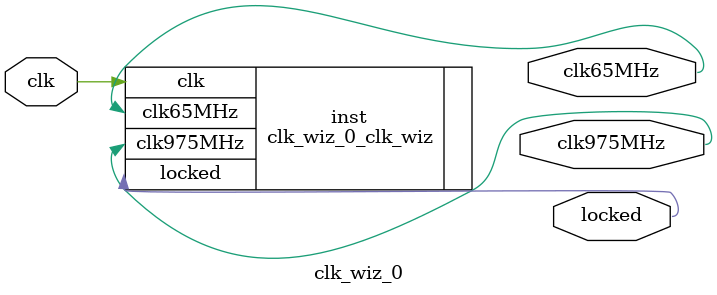
<source format=v>



`timescale 1ps/1ps

(* CORE_GENERATION_INFO = "clk_wiz_0,clk_wiz_v6_0_9_0_0,{component_name=clk_wiz_0,use_phase_alignment=true,use_min_o_jitter=false,use_max_i_jitter=false,use_dyn_phase_shift=false,use_inclk_switchover=false,use_dyn_reconfig=false,enable_axi=0,feedback_source=FDBK_AUTO,PRIMITIVE=MMCM,num_out_clk=2,clkin1_period=10.000,clkin2_period=10.000,use_power_down=false,use_reset=false,use_locked=true,use_inclk_stopped=false,feedback_type=SINGLE,CLOCK_MGR_TYPE=NA,manual_override=false}" *)

module clk_wiz_0 
 (
  // Clock out ports
  output        clk975MHz,
  output        clk65MHz,
  // Status and control signals
  output        locked,
 // Clock in ports
  input         clk
 );

  clk_wiz_0_clk_wiz inst
  (
  // Clock out ports  
  .clk975MHz(clk975MHz),
  .clk65MHz(clk65MHz),
  // Status and control signals               
  .locked(locked),
 // Clock in ports
  .clk(clk)
  );

endmodule

</source>
